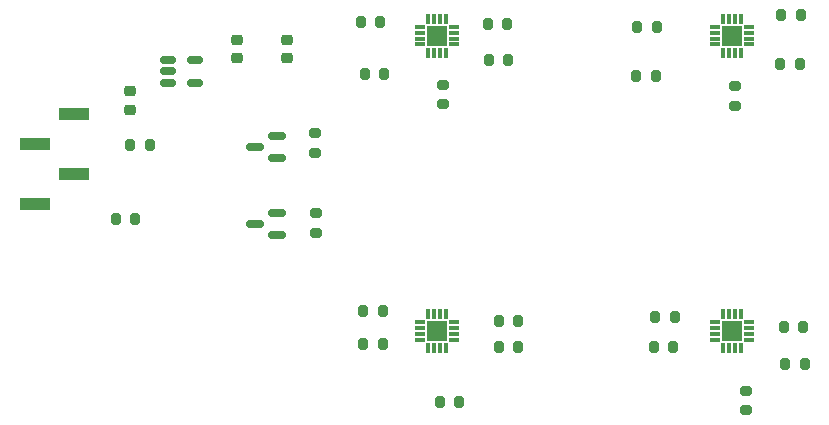
<source format=gbr>
%TF.GenerationSoftware,KiCad,Pcbnew,7.0.1*%
%TF.CreationDate,2023-06-15T12:54:41-05:00*%
%TF.ProjectId,MLX90393_board,4d4c5839-3033-4393-935f-626f6172642e,rev?*%
%TF.SameCoordinates,Original*%
%TF.FileFunction,Soldermask,Top*%
%TF.FilePolarity,Negative*%
%FSLAX46Y46*%
G04 Gerber Fmt 4.6, Leading zero omitted, Abs format (unit mm)*
G04 Created by KiCad (PCBNEW 7.0.1) date 2023-06-15 12:54:41*
%MOMM*%
%LPD*%
G01*
G04 APERTURE LIST*
G04 Aperture macros list*
%AMRoundRect*
0 Rectangle with rounded corners*
0 $1 Rounding radius*
0 $2 $3 $4 $5 $6 $7 $8 $9 X,Y pos of 4 corners*
0 Add a 4 corners polygon primitive as box body*
4,1,4,$2,$3,$4,$5,$6,$7,$8,$9,$2,$3,0*
0 Add four circle primitives for the rounded corners*
1,1,$1+$1,$2,$3*
1,1,$1+$1,$4,$5*
1,1,$1+$1,$6,$7*
1,1,$1+$1,$8,$9*
0 Add four rect primitives between the rounded corners*
20,1,$1+$1,$2,$3,$4,$5,0*
20,1,$1+$1,$4,$5,$6,$7,0*
20,1,$1+$1,$6,$7,$8,$9,0*
20,1,$1+$1,$8,$9,$2,$3,0*%
G04 Aperture macros list end*
%ADD10RoundRect,0.200000X-0.200000X-0.275000X0.200000X-0.275000X0.200000X0.275000X-0.200000X0.275000X0*%
%ADD11RoundRect,0.200000X0.200000X0.275000X-0.200000X0.275000X-0.200000X-0.275000X0.200000X-0.275000X0*%
%ADD12RoundRect,0.200000X0.275000X-0.200000X0.275000X0.200000X-0.275000X0.200000X-0.275000X-0.200000X0*%
%ADD13RoundRect,0.225000X0.250000X-0.225000X0.250000X0.225000X-0.250000X0.225000X-0.250000X-0.225000X0*%
%ADD14RoundRect,0.150000X0.587500X0.150000X-0.587500X0.150000X-0.587500X-0.150000X0.587500X-0.150000X0*%
%ADD15RoundRect,0.200000X-0.275000X0.200000X-0.275000X-0.200000X0.275000X-0.200000X0.275000X0.200000X0*%
%ADD16RoundRect,0.225000X-0.250000X0.225000X-0.250000X-0.225000X0.250000X-0.225000X0.250000X0.225000X0*%
%ADD17RoundRect,0.150000X-0.512500X-0.150000X0.512500X-0.150000X0.512500X0.150000X-0.512500X0.150000X0*%
%ADD18RoundRect,0.007800X-0.412200X-0.122200X0.412200X-0.122200X0.412200X0.122200X-0.412200X0.122200X0*%
%ADD19RoundRect,0.007800X0.122200X-0.412200X0.122200X0.412200X-0.122200X0.412200X-0.122200X-0.412200X0*%
%ADD20R,1.680000X1.680000*%
%ADD21R,2.510000X1.000000*%
G04 APERTURE END LIST*
D10*
%TO.C,R21*%
X18375000Y-137900000D03*
X20025000Y-137900000D03*
%TD*%
D11*
%TO.C,R5*%
X6900000Y-135700000D03*
X5250000Y-135700000D03*
%TD*%
D12*
%TO.C,R19*%
X-10200000Y-128225000D03*
X-10200000Y-126575000D03*
%TD*%
D13*
%TO.C,C1*%
X-16900000Y-113450000D03*
X-16900000Y-111900000D03*
%TD*%
D10*
%TO.C,R24*%
X-6225000Y-137600000D03*
X-4575000Y-137600000D03*
%TD*%
D11*
%TO.C,R9*%
X30825000Y-109800000D03*
X29175000Y-109800000D03*
%TD*%
D10*
%TO.C,R16*%
X-6425000Y-110400000D03*
X-4775000Y-110400000D03*
%TD*%
D13*
%TO.C,C2*%
X-12700000Y-113450000D03*
X-12700000Y-111900000D03*
%TD*%
D11*
%TO.C,R1*%
X31025000Y-136200000D03*
X29375000Y-136200000D03*
%TD*%
D10*
%TO.C,R22*%
X16875000Y-114900000D03*
X18525000Y-114900000D03*
%TD*%
D12*
%TO.C,R20*%
X-10300000Y-121425000D03*
X-10300000Y-119775000D03*
%TD*%
D10*
%TO.C,R18*%
X-27170000Y-127000000D03*
X-25520000Y-127000000D03*
%TD*%
D11*
%TO.C,R14*%
X6025000Y-113600000D03*
X4375000Y-113600000D03*
%TD*%
D14*
%TO.C,Q1*%
X-13500000Y-128400000D03*
X-13500000Y-126500000D03*
X-15375000Y-127450000D03*
%TD*%
D15*
%TO.C,R4*%
X26200000Y-141575000D03*
X26200000Y-143225000D03*
%TD*%
D16*
%TO.C,C3*%
X-26000000Y-116225000D03*
X-26000000Y-117775000D03*
%TD*%
D14*
%TO.C,Q2*%
X-13500000Y-121900000D03*
X-13500000Y-120000000D03*
X-15375000Y-120950000D03*
%TD*%
D11*
%TO.C,R13*%
X5980000Y-110500000D03*
X4330000Y-110500000D03*
%TD*%
%TO.C,R2*%
X31150000Y-139300000D03*
X29500000Y-139300000D03*
%TD*%
D10*
%TO.C,R23*%
X-6125000Y-114800000D03*
X-4475000Y-114800000D03*
%TD*%
D17*
%TO.C,U5*%
X-22775000Y-113600000D03*
X-22775000Y-114550000D03*
X-22775000Y-115500000D03*
X-20500000Y-115500000D03*
X-20500000Y-113600000D03*
%TD*%
D10*
%TO.C,R8*%
X-6225000Y-134800000D03*
X-4575000Y-134800000D03*
%TD*%
D18*
%TO.C,U1*%
X23565000Y-135760000D03*
X23565000Y-136260000D03*
X23565000Y-136760000D03*
X23565000Y-137260000D03*
D19*
X24250000Y-137945000D03*
X24750000Y-137945000D03*
X25250000Y-137945000D03*
X25750000Y-137945000D03*
D18*
X26435000Y-137260000D03*
X26435000Y-136760000D03*
X26435000Y-136260000D03*
X26435000Y-135760000D03*
D19*
X25750000Y-135075000D03*
X25250000Y-135075000D03*
X24750000Y-135075000D03*
X24250000Y-135075000D03*
D20*
X25000000Y-136510000D03*
%TD*%
D18*
%TO.C,U3*%
X23565000Y-110760000D03*
X23565000Y-111260000D03*
X23565000Y-111760000D03*
X23565000Y-112260000D03*
D19*
X24250000Y-112945000D03*
X24750000Y-112945000D03*
X25250000Y-112945000D03*
X25750000Y-112945000D03*
D18*
X26435000Y-112260000D03*
X26435000Y-111760000D03*
X26435000Y-111260000D03*
X26435000Y-110760000D03*
D19*
X25750000Y-110075000D03*
X25250000Y-110075000D03*
X24750000Y-110075000D03*
X24250000Y-110075000D03*
D20*
X25000000Y-111510000D03*
%TD*%
D15*
%TO.C,R15*%
X500000Y-115675000D03*
X500000Y-117325000D03*
%TD*%
D11*
%TO.C,R10*%
X30725000Y-113900000D03*
X29075000Y-113900000D03*
%TD*%
D10*
%TO.C,R12*%
X16975000Y-110800000D03*
X18625000Y-110800000D03*
%TD*%
D21*
%TO.C,J1*%
X-34060000Y-125730000D03*
X-30750000Y-123190000D03*
X-34060000Y-120650000D03*
X-30750000Y-118110000D03*
%TD*%
D18*
%TO.C,U4*%
X-1435000Y-110760000D03*
X-1435000Y-111260000D03*
X-1435000Y-111760000D03*
X-1435000Y-112260000D03*
D19*
X-750000Y-112945000D03*
X-250000Y-112945000D03*
X250000Y-112945000D03*
X750000Y-112945000D03*
D18*
X1435000Y-112260000D03*
X1435000Y-111760000D03*
X1435000Y-111260000D03*
X1435000Y-110760000D03*
D19*
X750000Y-110075000D03*
X250000Y-110075000D03*
X-250000Y-110075000D03*
X-750000Y-110075000D03*
D20*
X0Y-111510000D03*
%TD*%
D10*
%TO.C,R3*%
X18475000Y-135300000D03*
X20125000Y-135300000D03*
%TD*%
%TO.C,R17*%
X-25950000Y-120800000D03*
X-24300000Y-120800000D03*
%TD*%
D15*
%TO.C,R11*%
X25250000Y-115800000D03*
X25250000Y-117450000D03*
%TD*%
D10*
%TO.C,R7*%
X250000Y-142500000D03*
X1900000Y-142500000D03*
%TD*%
D18*
%TO.C,U2*%
X-1435000Y-135760000D03*
X-1435000Y-136260000D03*
X-1435000Y-136760000D03*
X-1435000Y-137260000D03*
D19*
X-750000Y-137945000D03*
X-250000Y-137945000D03*
X250000Y-137945000D03*
X750000Y-137945000D03*
D18*
X1435000Y-137260000D03*
X1435000Y-136760000D03*
X1435000Y-136260000D03*
X1435000Y-135760000D03*
D19*
X750000Y-135075000D03*
X250000Y-135075000D03*
X-250000Y-135075000D03*
X-750000Y-135075000D03*
D20*
X0Y-136510000D03*
%TD*%
D11*
%TO.C,R6*%
X6900000Y-137900000D03*
X5250000Y-137900000D03*
%TD*%
M02*

</source>
